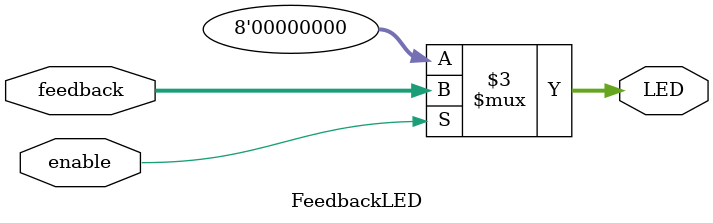
<source format=v>
`timescale 1ns / 1ps


module FeedbackLED(
input [7:0] feedback,
input enable,
output reg [7:0] LED
    );
    always @(*) begin
        if(enable)
        begin
            LED = feedback;
        end
        else
        begin
            LED = 8'b00000000;
        end
    end
endmodule

</source>
